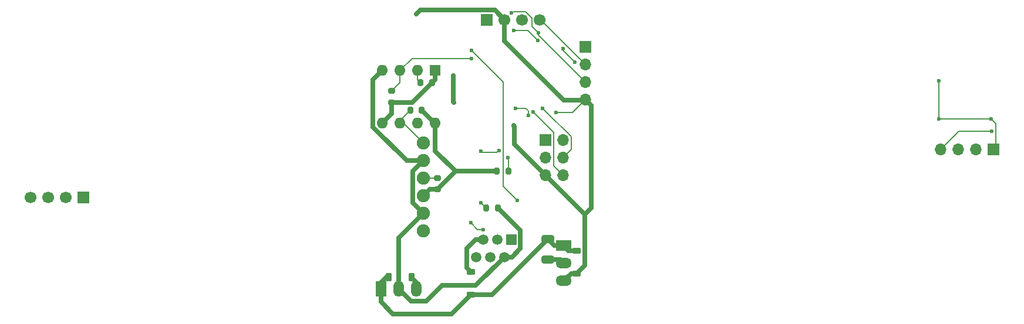
<source format=gbl>
G04 #@! TF.GenerationSoftware,KiCad,Pcbnew,9.0.2*
G04 #@! TF.CreationDate,2025-11-17T19:55:36+09:00*
G04 #@! TF.ProjectId,PitoBoard2026,5069746f-426f-4617-9264-323032362e6b,rev?*
G04 #@! TF.SameCoordinates,Original*
G04 #@! TF.FileFunction,Copper,L2,Bot*
G04 #@! TF.FilePolarity,Positive*
%FSLAX46Y46*%
G04 Gerber Fmt 4.6, Leading zero omitted, Abs format (unit mm)*
G04 Created by KiCad (PCBNEW 9.0.2) date 2025-11-17 19:55:36*
%MOMM*%
%LPD*%
G01*
G04 APERTURE LIST*
G04 Aperture macros list*
%AMRoundRect*
0 Rectangle with rounded corners*
0 $1 Rounding radius*
0 $2 $3 $4 $5 $6 $7 $8 $9 X,Y pos of 4 corners*
0 Add a 4 corners polygon primitive as box body*
4,1,4,$2,$3,$4,$5,$6,$7,$8,$9,$2,$3,0*
0 Add four circle primitives for the rounded corners*
1,1,$1+$1,$2,$3*
1,1,$1+$1,$4,$5*
1,1,$1+$1,$6,$7*
1,1,$1+$1,$8,$9*
0 Add four rect primitives between the rounded corners*
20,1,$1+$1,$2,$3,$4,$5,0*
20,1,$1+$1,$4,$5,$6,$7,0*
20,1,$1+$1,$6,$7,$8,$9,0*
20,1,$1+$1,$8,$9,$2,$3,0*%
G04 Aperture macros list end*
G04 #@! TA.AperFunction,ComponentPad*
%ADD10R,2.300000X1.500000*%
G04 #@! TD*
G04 #@! TA.AperFunction,ComponentPad*
%ADD11O,2.300000X1.500000*%
G04 #@! TD*
G04 #@! TA.AperFunction,ComponentPad*
%ADD12R,1.700000X1.700000*%
G04 #@! TD*
G04 #@! TA.AperFunction,ComponentPad*
%ADD13O,1.700000X1.700000*%
G04 #@! TD*
G04 #@! TA.AperFunction,ComponentPad*
%ADD14C,1.900000*%
G04 #@! TD*
G04 #@! TA.AperFunction,ComponentPad*
%ADD15R,1.520000X1.520000*%
G04 #@! TD*
G04 #@! TA.AperFunction,ComponentPad*
%ADD16C,1.520000*%
G04 #@! TD*
G04 #@! TA.AperFunction,ComponentPad*
%ADD17C,1.700000*%
G04 #@! TD*
G04 #@! TA.AperFunction,ComponentPad*
%ADD18R,1.500000X2.300000*%
G04 #@! TD*
G04 #@! TA.AperFunction,ComponentPad*
%ADD19O,1.500000X2.300000*%
G04 #@! TD*
G04 #@! TA.AperFunction,ComponentPad*
%ADD20R,1.600000X1.600000*%
G04 #@! TD*
G04 #@! TA.AperFunction,ComponentPad*
%ADD21O,1.600000X1.600000*%
G04 #@! TD*
G04 #@! TA.AperFunction,SMDPad,CuDef*
%ADD22RoundRect,0.200000X0.275000X-0.200000X0.275000X0.200000X-0.275000X0.200000X-0.275000X-0.200000X0*%
G04 #@! TD*
G04 #@! TA.AperFunction,SMDPad,CuDef*
%ADD23RoundRect,0.225000X0.375000X-0.225000X0.375000X0.225000X-0.375000X0.225000X-0.375000X-0.225000X0*%
G04 #@! TD*
G04 #@! TA.AperFunction,SMDPad,CuDef*
%ADD24RoundRect,0.200000X0.200000X0.275000X-0.200000X0.275000X-0.200000X-0.275000X0.200000X-0.275000X0*%
G04 #@! TD*
G04 #@! TA.AperFunction,SMDPad,CuDef*
%ADD25RoundRect,0.225000X-0.375000X0.225000X-0.375000X-0.225000X0.375000X-0.225000X0.375000X0.225000X0*%
G04 #@! TD*
G04 #@! TA.AperFunction,SMDPad,CuDef*
%ADD26RoundRect,0.225000X-0.225000X-0.375000X0.225000X-0.375000X0.225000X0.375000X-0.225000X0.375000X0*%
G04 #@! TD*
G04 #@! TA.AperFunction,SMDPad,CuDef*
%ADD27RoundRect,0.250000X-0.650000X0.325000X-0.650000X-0.325000X0.650000X-0.325000X0.650000X0.325000X0*%
G04 #@! TD*
G04 #@! TA.AperFunction,SMDPad,CuDef*
%ADD28RoundRect,0.200000X-0.200000X-0.275000X0.200000X-0.275000X0.200000X0.275000X-0.200000X0.275000X0*%
G04 #@! TD*
G04 #@! TA.AperFunction,ViaPad*
%ADD29C,0.700000*%
G04 #@! TD*
G04 #@! TA.AperFunction,ViaPad*
%ADD30C,0.600000*%
G04 #@! TD*
G04 #@! TA.AperFunction,Conductor*
%ADD31C,0.200000*%
G04 #@! TD*
G04 #@! TA.AperFunction,Conductor*
%ADD32C,0.700000*%
G04 #@! TD*
G04 APERTURE END LIST*
D10*
X159892500Y-72853000D03*
D11*
X159892500Y-75393000D03*
X159892500Y-77933000D03*
D12*
X221900000Y-58900000D03*
D13*
X219360000Y-58900000D03*
X216820000Y-58900000D03*
X214280000Y-58900000D03*
D14*
X139663000Y-70690000D03*
X139663000Y-68150000D03*
X139663000Y-65610000D03*
X139663000Y-63070000D03*
X139663000Y-60530000D03*
X139663000Y-57990000D03*
D15*
X152350000Y-71960000D03*
D16*
X151330000Y-74500000D03*
X150310000Y-71960000D03*
X149290000Y-74500000D03*
X148270000Y-71960000D03*
X147250000Y-74500000D03*
D12*
X148830000Y-40200000D03*
D17*
X151370000Y-40200000D03*
X153910000Y-40200000D03*
X156450000Y-40200000D03*
D18*
X133553000Y-79107500D03*
D19*
X136093000Y-79107500D03*
X138633000Y-79107500D03*
D12*
X90610000Y-65915000D03*
D17*
X88070000Y-65915000D03*
X85530000Y-65915000D03*
X82990000Y-65915000D03*
D20*
X141400000Y-47500000D03*
D21*
X138860000Y-47500000D03*
X136320000Y-47500000D03*
X133780000Y-47500000D03*
X133780000Y-55120000D03*
X136320000Y-55120000D03*
X138860000Y-55120000D03*
X141400000Y-55120000D03*
D12*
X157300000Y-57575000D03*
D13*
X159840000Y-57575000D03*
X157300000Y-60115000D03*
X159840000Y-60115000D03*
X157300000Y-62655000D03*
X159840000Y-62655000D03*
D12*
X163025000Y-44100000D03*
D13*
X163025000Y-46640000D03*
X163025000Y-49180000D03*
X163025000Y-51720000D03*
D22*
X141700000Y-64725000D03*
X141700000Y-63075000D03*
D23*
X146500000Y-79950000D03*
X146500000Y-76650000D03*
D24*
X139425000Y-53300000D03*
X137775000Y-53300000D03*
D25*
X161800000Y-73550000D03*
X161800000Y-76850000D03*
D22*
X135100000Y-52125000D03*
X135100000Y-50475000D03*
D24*
X151925000Y-62100000D03*
X150275000Y-62100000D03*
D26*
X134650000Y-77400000D03*
X137950000Y-77400000D03*
D27*
X157600000Y-71925000D03*
X157600000Y-74875000D03*
D28*
X148750000Y-67400000D03*
X150400000Y-67400000D03*
D24*
X140925000Y-49300000D03*
X139275000Y-49300000D03*
D29*
X144000000Y-48300000D03*
X144100000Y-52175000D03*
D30*
X158800000Y-53600000D03*
X138625000Y-39400000D03*
X221600000Y-56300000D03*
D29*
X152690380Y-55490380D03*
D30*
X214000000Y-54500000D03*
X221500000Y-54500000D03*
X214000000Y-49000000D03*
X156875000Y-53000000D03*
X154826000Y-54000000D03*
X153000000Y-53000000D03*
X146500000Y-69500000D03*
X148300000Y-70500000D03*
X155500000Y-53500000D03*
X159800000Y-44400000D03*
X161500000Y-46300000D03*
X156228760Y-42049000D03*
X152327180Y-39248000D03*
X152724735Y-41724735D03*
X156199999Y-43203528D03*
X147975000Y-66600000D03*
X151900000Y-60100000D03*
X146600000Y-45775000D03*
X146600000Y-44600000D03*
X153224265Y-66275735D03*
X150550000Y-59100000D03*
X148000000Y-59200000D03*
D31*
X146600000Y-45775000D02*
X138045000Y-45775000D01*
D32*
X153661000Y-70661000D02*
X153661000Y-73271000D01*
X151330000Y-74500000D02*
X147230000Y-78600000D01*
X144000000Y-48300000D02*
X144000000Y-52075000D01*
X153661000Y-73271000D02*
X152432000Y-74500000D01*
X137279397Y-60530000D02*
X132429000Y-55679603D01*
X138162000Y-62031000D02*
X139663000Y-60530000D01*
X154000000Y-40110000D02*
X153910000Y-40200000D01*
X132429000Y-55679603D02*
X132429000Y-48851000D01*
X142400000Y-78600000D02*
X140100000Y-80900000D01*
X150400000Y-67400000D02*
X153661000Y-70661000D01*
X147230000Y-78600000D02*
X142400000Y-78600000D01*
X139663000Y-68150000D02*
X136093000Y-71720000D01*
X139663000Y-68150000D02*
X138162000Y-66649000D01*
X138162000Y-66649000D02*
X138162000Y-62031000D01*
X139663000Y-60530000D02*
X137279397Y-60530000D01*
X152432000Y-74500000D02*
X151330000Y-74500000D01*
X136093000Y-71720000D02*
X136093000Y-79107500D01*
X137885500Y-80900000D02*
X136093000Y-79107500D01*
X140100000Y-80900000D02*
X137885500Y-80900000D01*
X144000000Y-52075000D02*
X144100000Y-52175000D01*
X159374500Y-74875000D02*
X159892500Y-75393000D01*
X157600000Y-74875000D02*
X159374500Y-74875000D01*
X132429000Y-48851000D02*
X133780000Y-47500000D01*
X133553000Y-80953000D02*
X133553000Y-79107500D01*
X160589500Y-73550000D02*
X159892500Y-72853000D01*
X159892500Y-72853000D02*
X158528000Y-72853000D01*
X158528000Y-72853000D02*
X157600000Y-71925000D01*
X135300000Y-82700000D02*
X133553000Y-80953000D01*
X161800000Y-73550000D02*
X160589500Y-73550000D01*
X133553000Y-78147000D02*
X133553000Y-79107500D01*
X146500000Y-79950000D02*
X143750000Y-82700000D01*
X134650000Y-77400000D02*
X134300000Y-77400000D01*
X149575000Y-79950000D02*
X146500000Y-79950000D01*
X134300000Y-77400000D02*
X133553000Y-78147000D01*
X157600000Y-71925000D02*
X149575000Y-79950000D01*
X143750000Y-82700000D02*
X135300000Y-82700000D01*
X160975500Y-76850000D02*
X159892500Y-77933000D01*
X149969000Y-38799000D02*
X139226000Y-38799000D01*
X140925000Y-49300000D02*
X138100000Y-52125000D01*
X141400000Y-47500000D02*
X141400000Y-48825000D01*
X151370000Y-43270000D02*
X159900000Y-51800000D01*
D31*
X216880000Y-56300000D02*
X214280000Y-58900000D01*
D32*
X161800000Y-76850000D02*
X160975500Y-76850000D01*
X162945000Y-51800000D02*
X163025000Y-51720000D01*
X151370000Y-40200000D02*
X151370000Y-43270000D01*
X159900000Y-51800000D02*
X162945000Y-51800000D01*
X151370000Y-40200000D02*
X149969000Y-38799000D01*
X135100000Y-52125000D02*
X135100000Y-53800000D01*
X163875000Y-67382000D02*
X162951000Y-68306000D01*
D31*
X161145000Y-53600000D02*
X163025000Y-51720000D01*
D32*
X157300000Y-62655000D02*
X152800000Y-58155000D01*
D31*
X221600000Y-56300000D02*
X216880000Y-56300000D01*
D32*
X162951000Y-75699000D02*
X161800000Y-76850000D01*
D31*
X158800000Y-53600000D02*
X161145000Y-53600000D01*
D32*
X162951000Y-68306000D02*
X162951000Y-75699000D01*
X152800000Y-55600000D02*
X152725735Y-55525735D01*
X135100000Y-53800000D02*
X133780000Y-55120000D01*
X139226000Y-38799000D02*
X138625000Y-39400000D01*
X138100000Y-52125000D02*
X135100000Y-52125000D01*
X141400000Y-48825000D02*
X140925000Y-49300000D01*
X157300000Y-62655000D02*
X162951000Y-68306000D01*
X163875000Y-52570000D02*
X163875000Y-67382000D01*
X163025000Y-51720000D02*
X163875000Y-52570000D01*
X152800000Y-58155000D02*
X152800000Y-55600000D01*
D31*
X221500000Y-54500000D02*
X222201000Y-55201000D01*
X214000000Y-54500000D02*
X221500000Y-54500000D01*
X214000000Y-49000000D02*
X214000000Y-54500000D01*
X222201000Y-58599000D02*
X221900000Y-58900000D01*
X222201000Y-55201000D02*
X222201000Y-58599000D01*
D32*
X141245000Y-55120000D02*
X139425000Y-53300000D01*
X141400000Y-59175000D02*
X144325000Y-62100000D01*
X140573000Y-64700000D02*
X141675000Y-64700000D01*
X137950000Y-77400000D02*
X137950000Y-77450000D01*
X138633000Y-78133000D02*
X138633000Y-79107500D01*
X141400000Y-55120000D02*
X141400000Y-59175000D01*
X141675000Y-64700000D02*
X141700000Y-64725000D01*
X150275000Y-62100000D02*
X144325000Y-62100000D01*
X144325000Y-62100000D02*
X141700000Y-64725000D01*
X137950000Y-77450000D02*
X138633000Y-78133000D01*
X139663000Y-65610000D02*
X140573000Y-64700000D01*
X141400000Y-55120000D02*
X141245000Y-55120000D01*
X147195198Y-71960000D02*
X145900000Y-73255198D01*
X148270000Y-71960000D02*
X147195198Y-71960000D01*
X145900000Y-73255198D02*
X145900000Y-76050000D01*
X145900000Y-76050000D02*
X146500000Y-76650000D01*
D31*
X157275000Y-53400000D02*
X157292760Y-53400000D01*
X160991000Y-57098240D02*
X160991000Y-58964000D01*
X160991000Y-58964000D02*
X159840000Y-60115000D01*
X157292760Y-53400000D02*
X160991000Y-57098240D01*
X156875000Y-53000000D02*
X157000000Y-53125000D01*
X156875000Y-53000000D02*
X157275000Y-53400000D01*
X154826000Y-53426000D02*
X154826000Y-54000000D01*
X154400000Y-53000000D02*
X154700000Y-53300000D01*
X153000000Y-53000000D02*
X154400000Y-53000000D01*
X154700000Y-53300000D02*
X154826000Y-53426000D01*
X148300000Y-70500000D02*
X147500000Y-70500000D01*
X147500000Y-70500000D02*
X146500000Y-69500000D01*
X158451000Y-56451000D02*
X155500000Y-53500000D01*
X158451000Y-61266000D02*
X158451000Y-56451000D01*
X159840000Y-62655000D02*
X158451000Y-61266000D01*
X159800000Y-44600000D02*
X159800000Y-44400000D01*
X161500000Y-46300000D02*
X159800000Y-44600000D01*
X156228760Y-42383760D02*
X156228760Y-42049000D01*
X154386760Y-39049000D02*
X155299000Y-39961240D01*
X155299000Y-39961240D02*
X155299000Y-41119240D01*
X163025000Y-49180000D02*
X156228760Y-42383760D01*
X152651000Y-39049000D02*
X154386760Y-39049000D01*
X155299000Y-41119240D02*
X156228760Y-42049000D01*
X152452000Y-39248000D02*
X152651000Y-39049000D01*
X152327180Y-39248000D02*
X152452000Y-39248000D01*
X156585000Y-40200000D02*
X156450000Y-40200000D01*
X163025000Y-46640000D02*
X156585000Y-40200000D01*
X154721206Y-41724735D02*
X156199999Y-43203528D01*
X152724735Y-41724735D02*
X154721206Y-41724735D01*
X147975000Y-66625000D02*
X148750000Y-67400000D01*
X147975000Y-66600000D02*
X147975000Y-66625000D01*
X151900000Y-60100000D02*
X151925000Y-60125000D01*
X151925000Y-60125000D02*
X151925000Y-62100000D01*
X138860000Y-47500000D02*
X138860000Y-48885000D01*
X138860000Y-48885000D02*
X139275000Y-49300000D01*
X136320000Y-47500000D02*
X136320000Y-49255000D01*
X138045000Y-45775000D02*
X136320000Y-47500000D01*
X136320000Y-49255000D02*
X135100000Y-50475000D01*
X153224265Y-66275735D02*
X151200000Y-64251470D01*
X153200000Y-66300000D02*
X153224265Y-66275735D01*
X151200000Y-49200000D02*
X146600000Y-44600000D01*
X151200000Y-64251470D02*
X151200000Y-49200000D01*
X148200000Y-59400000D02*
X148000000Y-59200000D01*
X150550000Y-59100000D02*
X150250000Y-59400000D01*
X150250000Y-59400000D02*
X148200000Y-59400000D01*
X136320000Y-55120000D02*
X136320000Y-54755000D01*
X136320000Y-54755000D02*
X137775000Y-53300000D01*
X136793000Y-55120000D02*
X136320000Y-55120000D01*
X139663000Y-57990000D02*
X136793000Y-55120000D01*
X141700000Y-63075000D02*
X139668000Y-63075000D01*
X139668000Y-63075000D02*
X139663000Y-63070000D01*
M02*

</source>
